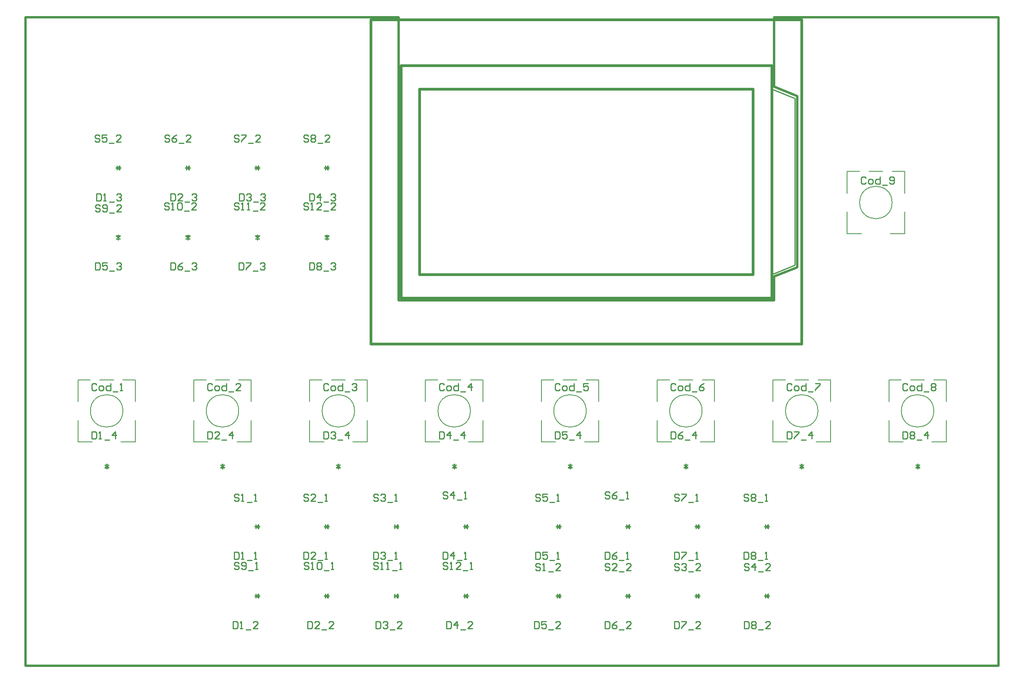
<source format=gto>
%FSLAX25Y25*%
%MOIN*%
G70*
G01*
G75*
%ADD10C,0.01181*%
%ADD11C,0.00787*%
%ADD12C,0.01575*%
%ADD13C,0.01000*%
%ADD14C,0.01969*%
%ADD15C,0.03543*%
%ADD16C,0.01575*%
%ADD17C,0.11811*%
%ADD18C,0.15748*%
%ADD19C,0.06299*%
%ADD20C,0.04724*%
%ADD21R,0.09449X0.12598*%
%ADD22C,0.05906*%
%ADD23R,0.05906X0.05906*%
%ADD24C,0.07874*%
%ADD25C,0.02362*%
%ADD26C,0.03150*%
%ADD27C,0.05000*%
%ADD28R,0.06890X0.13386*%
%ADD29R,0.06693X0.04921*%
%ADD30R,0.04921X0.06693*%
%ADD31R,0.04803X0.03583*%
%ADD32R,0.03583X0.04803*%
%ADD33R,0.07874X0.02362*%
%ADD34O,0.07874X0.02362*%
%ADD35R,0.07874X0.21654*%
%ADD36R,0.02756X0.09843*%
%ADD37R,0.02559X0.13780*%
%ADD38R,0.04331X0.14921*%
%ADD39R,0.10630X0.11811*%
%ADD40R,0.03937X0.01181*%
%ADD41O,0.03937X0.01181*%
%ADD42R,0.06299X0.06299*%
%ADD43R,0.04331X0.06299*%
%ADD44O,0.02362X0.07874*%
%ADD45R,0.02362X0.07874*%
%ADD46R,0.13386X0.06890*%
%ADD47R,0.06575X0.06496*%
%ADD48R,0.06496X0.06575*%
%ADD49R,0.06299X0.12598*%
%ADD50R,0.33465X0.41732*%
%ADD51R,0.13386X0.03937*%
%ADD52C,0.02362*%
D11*
X82677Y216536D02*
G03*
X82677Y216536I-13780J0D01*
G01*
X181102D02*
G03*
X181102Y216536I-13780J0D01*
G01*
X279528D02*
G03*
X279528Y216536I-13780J0D01*
G01*
X377953D02*
G03*
X377953Y216536I-13780J0D01*
G01*
X476378D02*
G03*
X476378Y216536I-13780J0D01*
G01*
X574803D02*
G03*
X574803Y216536I-13780J0D01*
G01*
X673228D02*
G03*
X673228Y216536I-13780J0D01*
G01*
X771654D02*
G03*
X771654Y216536I-13780J0D01*
G01*
X736221Y393701D02*
G03*
X736221Y393701I-13780J0D01*
G01*
X44488Y190158D02*
Y208662D01*
Y190158D02*
X56693D01*
X44488Y224410D02*
Y242914D01*
X55118D01*
X82677D02*
X93307D01*
Y224410D02*
Y242914D01*
X81103Y190158D02*
X93307D01*
Y208662D01*
X62992Y242914D02*
X74803D01*
X142913Y190158D02*
Y208662D01*
Y190158D02*
X155118D01*
X142913Y224410D02*
Y242914D01*
X153543D01*
X181103D02*
X191732D01*
Y224410D02*
Y242914D01*
X179528Y190158D02*
X191732D01*
Y208662D01*
X161417Y242914D02*
X173229D01*
X241339Y190158D02*
Y208662D01*
Y190158D02*
X253543D01*
X241339Y224410D02*
Y242914D01*
X251969D01*
X279528D02*
X290158D01*
Y224410D02*
Y242914D01*
X277953Y190158D02*
X290158D01*
Y208662D01*
X259842Y242914D02*
X271654D01*
X339764Y190158D02*
Y208662D01*
Y190158D02*
X351969D01*
X339764Y224410D02*
Y242914D01*
X350394D01*
X377953D02*
X388583D01*
Y224410D02*
Y242914D01*
X376378Y190158D02*
X388583D01*
Y208662D01*
X358268Y242914D02*
X370079D01*
X438189Y190158D02*
Y208662D01*
Y190158D02*
X450394D01*
X438189Y224410D02*
Y242914D01*
X448819D01*
X476378D02*
X487008D01*
Y224410D02*
Y242914D01*
X474803Y190158D02*
X487008D01*
Y208662D01*
X456693Y242914D02*
X468504D01*
X536614Y190158D02*
Y208662D01*
Y190158D02*
X548819D01*
X536614Y224410D02*
Y242914D01*
X547244D01*
X574803D02*
X585433D01*
Y224410D02*
Y242914D01*
X573228Y190158D02*
X585433D01*
Y208662D01*
X555118Y242914D02*
X566929D01*
X635040Y190158D02*
Y208662D01*
Y190158D02*
X647244D01*
X635040Y224410D02*
Y242914D01*
X645669D01*
X673229D02*
X683858D01*
Y224410D02*
Y242914D01*
X671654Y190158D02*
X683858D01*
Y208662D01*
X653543Y242914D02*
X665354D01*
X733465Y190158D02*
Y208662D01*
Y190158D02*
X745669D01*
X733465Y224410D02*
Y242914D01*
X744095D01*
X771654D02*
X782283D01*
Y224410D02*
Y242914D01*
X770079Y190158D02*
X782283D01*
Y208662D01*
X751968Y242914D02*
X763779D01*
X698032Y367323D02*
Y385827D01*
Y367323D02*
X710236D01*
X698032Y401575D02*
Y420079D01*
X708662D01*
X736221D02*
X746850D01*
Y401575D02*
Y420079D01*
X734646Y367323D02*
X746850D01*
Y385827D01*
X716536Y420079D02*
X728346D01*
D13*
X756201Y168110D02*
X757874Y169784D01*
X756201Y168110D02*
X759547D01*
X757874Y169784D02*
X759547Y168110D01*
X757874Y167126D02*
Y171457D01*
X756201Y170473D02*
X759547D01*
X255906Y363681D02*
X257579Y365354D01*
X254232D02*
X257579D01*
X254232D02*
X255906Y363681D01*
Y362008D02*
Y366339D01*
X254232Y362992D02*
X257579D01*
X629429Y59055D02*
X631102Y57382D01*
Y60729D01*
X629429Y59055D02*
X631102Y60729D01*
X627756Y59055D02*
X632087D01*
X628740Y57382D02*
Y60729D01*
X629429Y118110D02*
X631102Y116437D01*
Y119784D01*
X629429Y118110D02*
X631102Y119784D01*
X627756Y118110D02*
X632087D01*
X628740Y116437D02*
Y119784D01*
X657776Y168110D02*
X659449Y169784D01*
X657776Y168110D02*
X661122D01*
X659449Y169784D02*
X661122Y168110D01*
X659449Y167126D02*
Y171457D01*
X657776Y170473D02*
X661122D01*
X196851Y363681D02*
X198524Y365354D01*
X195177D02*
X198524D01*
X195177D02*
X196851Y363681D01*
Y362008D02*
Y366339D01*
X195177Y362992D02*
X198524D01*
X570374Y59055D02*
X572047Y57382D01*
Y60729D01*
X570374Y59055D02*
X572047Y60729D01*
X568701Y59055D02*
X573032D01*
X569685Y57382D02*
Y60729D01*
X570374Y118110D02*
X572047Y116437D01*
Y119784D01*
X570374Y118110D02*
X572047Y119784D01*
X568701Y118110D02*
X573032D01*
X569685Y116437D02*
Y119784D01*
X559350Y168110D02*
X561024Y169784D01*
X559350Y168110D02*
X562697D01*
X561024Y169784D02*
X562697Y168110D01*
X561024Y167126D02*
Y171457D01*
X559350Y170473D02*
X562697D01*
X137795Y363681D02*
X139469Y365354D01*
X136122D02*
X139469D01*
X136122D02*
X137795Y363681D01*
Y362008D02*
Y366339D01*
X136122Y362992D02*
X139469D01*
X511319Y59055D02*
X512992Y57382D01*
Y60729D01*
X511319Y59055D02*
X512992Y60729D01*
X509646Y59055D02*
X513976D01*
X510630Y57382D02*
Y60729D01*
X511319Y118110D02*
X512992Y116437D01*
Y119784D01*
X511319Y118110D02*
X512992Y119784D01*
X509646Y118110D02*
X513976D01*
X510630Y116437D02*
Y119784D01*
X460925Y168110D02*
X462599Y169784D01*
X460925Y168110D02*
X464272D01*
X462599Y169784D02*
X464272Y168110D01*
X462599Y167126D02*
Y171457D01*
X460925Y170473D02*
X464272D01*
X78740Y363681D02*
X80414Y365354D01*
X77067D02*
X80414D01*
X77067D02*
X78740Y363681D01*
Y362008D02*
Y366339D01*
X77067Y362992D02*
X80414D01*
X452264Y59055D02*
X453937Y57382D01*
Y60729D01*
X452264Y59055D02*
X453937Y60729D01*
X450591Y59055D02*
X454921D01*
X451575Y57382D02*
Y60729D01*
X452264Y118110D02*
X453937Y116437D01*
Y119784D01*
X452264Y118110D02*
X453937Y119784D01*
X450591Y118110D02*
X454921D01*
X451575Y116437D02*
Y119784D01*
X362500Y168110D02*
X364173Y169784D01*
X362500Y168110D02*
X365846D01*
X364173Y169784D02*
X365846Y168110D01*
X364173Y167126D02*
Y171457D01*
X362500Y170473D02*
X365846D01*
X255414Y423229D02*
X257087Y421555D01*
Y424902D01*
X255414Y423229D02*
X257087Y424902D01*
X253740Y423229D02*
X258071D01*
X254725Y421555D02*
Y424902D01*
X373524Y59055D02*
X375197Y57382D01*
Y60729D01*
X373524Y59055D02*
X375197Y60729D01*
X371850Y59055D02*
X376181D01*
X372835Y57382D02*
Y60729D01*
X373524Y118110D02*
X375197Y116437D01*
Y119784D01*
X373524Y118110D02*
X375197Y119784D01*
X371850Y118110D02*
X376181D01*
X372835Y116437D02*
Y119784D01*
X264075Y168110D02*
X265748Y169784D01*
X264075Y168110D02*
X267421D01*
X265748Y169784D02*
X267421Y168110D01*
X265748Y167126D02*
Y171457D01*
X264075Y170473D02*
X267421D01*
X196358Y423229D02*
X198032Y421555D01*
Y424902D01*
X196358Y423229D02*
X198032Y424902D01*
X194685Y423229D02*
X199016D01*
X195669Y421555D02*
Y424902D01*
X314469Y59055D02*
X316142Y57382D01*
Y60729D01*
X314469Y59055D02*
X316142Y60729D01*
X312795Y59055D02*
X317126D01*
X313780Y57382D02*
Y60729D01*
X314469Y118110D02*
X316142Y116437D01*
Y119784D01*
X314469Y118110D02*
X316142Y119784D01*
X312795Y118110D02*
X317126D01*
X313780Y116437D02*
Y119784D01*
X165650Y168110D02*
X167323Y169784D01*
X165650Y168110D02*
X168996D01*
X167323Y169784D02*
X168996Y168110D01*
X167323Y167126D02*
Y171457D01*
X165650Y170473D02*
X168996D01*
X137303Y423229D02*
X138976Y421555D01*
Y424902D01*
X137303Y423229D02*
X138976Y424902D01*
X135630Y423229D02*
X139961D01*
X136614Y421555D02*
Y424902D01*
X255414Y59055D02*
X257087Y57382D01*
Y60729D01*
X255414Y59055D02*
X257087Y60729D01*
X253740Y59055D02*
X258071D01*
X254725Y57382D02*
Y60729D01*
X255414Y118110D02*
X257087Y116437D01*
Y119784D01*
X255414Y118110D02*
X257087Y119784D01*
X253740Y118110D02*
X258071D01*
X254725Y116437D02*
Y119784D01*
X67225Y168110D02*
X68898Y169784D01*
X67225Y168110D02*
X70571D01*
X68898Y169784D02*
X70571Y168110D01*
X68898Y167126D02*
Y171457D01*
X67225Y170473D02*
X70571D01*
X78248Y423229D02*
X79921Y421555D01*
Y424902D01*
X78248Y423229D02*
X79921Y424902D01*
X76575Y423229D02*
X80906D01*
X77559Y421555D02*
Y424902D01*
X196358Y59055D02*
X198032Y57382D01*
Y60729D01*
X196358Y59055D02*
X198032Y60729D01*
X194685Y59055D02*
X199016D01*
X195669Y57382D02*
Y60729D01*
X196358Y118110D02*
X198032Y116437D01*
Y119784D01*
X196358Y118110D02*
X198032Y119784D01*
X194685Y118110D02*
X199016D01*
X195669Y116437D02*
Y119784D01*
X633858Y490158D02*
X653543Y482283D01*
X633858Y332677D02*
X653543Y340551D01*
Y482283D01*
X633858Y487106D02*
Y488976D01*
X358559Y86888D02*
X357559Y87888D01*
X355560D01*
X354560Y86888D01*
Y85888D01*
X355560Y84889D01*
X357559D01*
X358559Y83889D01*
Y82889D01*
X357559Y81890D01*
X355560D01*
X354560Y82889D01*
X360558Y81890D02*
X362557D01*
X361558D01*
Y87888D01*
X360558Y86888D01*
X369555Y81890D02*
X365556D01*
X369555Y85888D01*
Y86888D01*
X368555Y87888D01*
X366556D01*
X365556Y86888D01*
X371554Y80890D02*
X375553D01*
X377553Y81890D02*
X379552D01*
X378552D01*
Y87888D01*
X377553Y86888D01*
X299527D02*
X298527Y87888D01*
X296528D01*
X295528Y86888D01*
Y85888D01*
X296528Y84889D01*
X298527D01*
X299527Y83889D01*
Y82889D01*
X298527Y81890D01*
X296528D01*
X295528Y82889D01*
X301526Y81890D02*
X303526D01*
X302526D01*
Y87888D01*
X301526Y86888D01*
X306525Y81890D02*
X308524D01*
X307524D01*
Y87888D01*
X306525Y86888D01*
X311523Y80890D02*
X315522D01*
X317521Y81890D02*
X319521D01*
X318521D01*
Y87888D01*
X317521Y86888D01*
X240496D02*
X239497Y87888D01*
X237497D01*
X236498Y86888D01*
Y85888D01*
X237497Y84889D01*
X239497D01*
X240496Y83889D01*
Y82889D01*
X239497Y81890D01*
X237497D01*
X236498Y82889D01*
X242496Y81890D02*
X244495D01*
X243495D01*
Y87888D01*
X242496Y86888D01*
X247494D02*
X248494Y87888D01*
X250493D01*
X251493Y86888D01*
Y82889D01*
X250493Y81890D01*
X248494D01*
X247494Y82889D01*
Y86888D01*
X253492Y80890D02*
X257491D01*
X259490Y81890D02*
X261490D01*
X260490D01*
Y87888D01*
X259490Y86888D01*
X181426D02*
X180427Y87888D01*
X178427D01*
X177428Y86888D01*
Y85888D01*
X178427Y84889D01*
X180427D01*
X181426Y83889D01*
Y82889D01*
X180427Y81890D01*
X178427D01*
X177428Y82889D01*
X183426D02*
X184425Y81890D01*
X186425D01*
X187424Y82889D01*
Y86888D01*
X186425Y87888D01*
X184425D01*
X183426Y86888D01*
Y85888D01*
X184425Y84889D01*
X187424D01*
X189424Y80890D02*
X193422D01*
X195422Y81890D02*
X197421D01*
X196422D01*
Y87888D01*
X195422Y86888D01*
X614512Y85707D02*
X613513Y86707D01*
X611513D01*
X610513Y85707D01*
Y84707D01*
X611513Y83708D01*
X613513D01*
X614512Y82708D01*
Y81708D01*
X613513Y80709D01*
X611513D01*
X610513Y81708D01*
X619511Y80709D02*
Y86707D01*
X616511Y83708D01*
X620510D01*
X622510Y79709D02*
X626508D01*
X632506Y80709D02*
X628508D01*
X632506Y84707D01*
Y85707D01*
X631507Y86707D01*
X629507D01*
X628508Y85707D01*
X555402D02*
X554402Y86707D01*
X552403D01*
X551403Y85707D01*
Y84707D01*
X552403Y83708D01*
X554402D01*
X555402Y82708D01*
Y81708D01*
X554402Y80709D01*
X552403D01*
X551403Y81708D01*
X557401Y85707D02*
X558401Y86707D01*
X560400D01*
X561400Y85707D01*
Y84707D01*
X560400Y83708D01*
X559401D01*
X560400D01*
X561400Y82708D01*
Y81708D01*
X560400Y80709D01*
X558401D01*
X557401Y81708D01*
X563399Y79709D02*
X567398D01*
X573396Y80709D02*
X569397D01*
X573396Y84707D01*
Y85707D01*
X572396Y86707D01*
X570397D01*
X569397Y85707D01*
X496369D02*
X495369Y86707D01*
X493370D01*
X492370Y85707D01*
Y84707D01*
X493370Y83708D01*
X495369D01*
X496369Y82708D01*
Y81708D01*
X495369Y80709D01*
X493370D01*
X492370Y81708D01*
X502367Y80709D02*
X498368D01*
X502367Y84707D01*
Y85707D01*
X501367Y86707D01*
X499368D01*
X498368Y85707D01*
X504366Y79709D02*
X508365D01*
X514363Y80709D02*
X510364D01*
X514363Y84707D01*
Y85707D01*
X513363Y86707D01*
X511364D01*
X510364Y85707D01*
X437352D02*
X436353Y86707D01*
X434353D01*
X433354Y85707D01*
Y84707D01*
X434353Y83708D01*
X436353D01*
X437352Y82708D01*
Y81708D01*
X436353Y80709D01*
X434353D01*
X433354Y81708D01*
X439352Y80709D02*
X441351D01*
X440351D01*
Y86707D01*
X439352Y85707D01*
X444350Y79709D02*
X448349D01*
X454347Y80709D02*
X450348D01*
X454347Y84707D01*
Y85707D01*
X453347Y86707D01*
X451348D01*
X450348Y85707D01*
X614433Y144762D02*
X613434Y145762D01*
X611434D01*
X610435Y144762D01*
Y143763D01*
X611434Y142763D01*
X613434D01*
X614433Y141763D01*
Y140763D01*
X613434Y139764D01*
X611434D01*
X610435Y140763D01*
X616433Y144762D02*
X617432Y145762D01*
X619432D01*
X620432Y144762D01*
Y143763D01*
X619432Y142763D01*
X620432Y141763D01*
Y140763D01*
X619432Y139764D01*
X617432D01*
X616433Y140763D01*
Y141763D01*
X617432Y142763D01*
X616433Y143763D01*
Y144762D01*
X617432Y142763D02*
X619432D01*
X622431Y138764D02*
X626430D01*
X628429Y139764D02*
X630428D01*
X629429D01*
Y145762D01*
X628429Y144762D01*
X555414D02*
X554415Y145762D01*
X552416D01*
X551416Y144762D01*
Y143763D01*
X552416Y142763D01*
X554415D01*
X555414Y141763D01*
Y140763D01*
X554415Y139764D01*
X552416D01*
X551416Y140763D01*
X557414Y145762D02*
X561413D01*
Y144762D01*
X557414Y140763D01*
Y139764D01*
X563412Y138764D02*
X567411D01*
X569410Y139764D02*
X571409D01*
X570410D01*
Y145762D01*
X569410Y144762D01*
X496333Y146731D02*
X495334Y147730D01*
X493334D01*
X492335Y146731D01*
Y145731D01*
X493334Y144731D01*
X495334D01*
X496333Y143732D01*
Y142732D01*
X495334Y141732D01*
X493334D01*
X492335Y142732D01*
X502331Y147730D02*
X500332Y146731D01*
X498333Y144731D01*
Y142732D01*
X499333Y141732D01*
X501332D01*
X502331Y142732D01*
Y143732D01*
X501332Y144731D01*
X498333D01*
X504331Y140733D02*
X508330D01*
X510329Y141732D02*
X512328D01*
X511329D01*
Y147730D01*
X510329Y146731D01*
X437283Y144762D02*
X436283Y145762D01*
X434284D01*
X433284Y144762D01*
Y143763D01*
X434284Y142763D01*
X436283D01*
X437283Y141763D01*
Y140763D01*
X436283Y139764D01*
X434284D01*
X433284Y140763D01*
X443281Y145762D02*
X439282D01*
Y142763D01*
X441282Y143763D01*
X442281D01*
X443281Y142763D01*
Y140763D01*
X442281Y139764D01*
X440282D01*
X439282Y140763D01*
X445281Y138764D02*
X449279D01*
X451278Y139764D02*
X453278D01*
X452278D01*
Y145762D01*
X451278Y144762D01*
X358584Y146731D02*
X357584Y147730D01*
X355585D01*
X354585Y146731D01*
Y145731D01*
X355585Y144731D01*
X357584D01*
X358584Y143732D01*
Y142732D01*
X357584Y141732D01*
X355585D01*
X354585Y142732D01*
X363582Y141732D02*
Y147730D01*
X360583Y144731D01*
X364582D01*
X366581Y140733D02*
X370580D01*
X372579Y141732D02*
X374579D01*
X373579D01*
Y147730D01*
X372579Y146731D01*
X299482Y144762D02*
X298483Y145762D01*
X296483D01*
X295483Y144762D01*
Y143763D01*
X296483Y142763D01*
X298483D01*
X299482Y141763D01*
Y140763D01*
X298483Y139764D01*
X296483D01*
X295483Y140763D01*
X301482Y144762D02*
X302481Y145762D01*
X304481D01*
X305480Y144762D01*
Y143763D01*
X304481Y142763D01*
X303481D01*
X304481D01*
X305480Y141763D01*
Y140763D01*
X304481Y139764D01*
X302481D01*
X301482Y140763D01*
X307480Y138764D02*
X311478D01*
X313478Y139764D02*
X315477D01*
X314477D01*
Y145762D01*
X313478Y144762D01*
X240426D02*
X239427Y145762D01*
X237427D01*
X236428Y144762D01*
Y143763D01*
X237427Y142763D01*
X239427D01*
X240426Y141763D01*
Y140763D01*
X239427Y139764D01*
X237427D01*
X236428Y140763D01*
X246424Y139764D02*
X242426D01*
X246424Y143763D01*
Y144762D01*
X245425Y145762D01*
X243425D01*
X242426Y144762D01*
X248424Y138764D02*
X252422D01*
X254422Y139764D02*
X256421D01*
X255421D01*
Y145762D01*
X254422Y144762D01*
X181351D02*
X180352Y145762D01*
X178352D01*
X177353Y144762D01*
Y143763D01*
X178352Y142763D01*
X180352D01*
X181351Y141763D01*
Y140763D01*
X180352Y139764D01*
X178352D01*
X177353Y140763D01*
X183351Y139764D02*
X185350D01*
X184351D01*
Y145762D01*
X183351Y144762D01*
X188349Y138764D02*
X192348D01*
X194347Y139764D02*
X196347D01*
X195347D01*
Y145762D01*
X194347Y144762D01*
X240433Y392400D02*
X239434Y393400D01*
X237434D01*
X236435Y392400D01*
Y391400D01*
X237434Y390401D01*
X239434D01*
X240433Y389401D01*
Y388401D01*
X239434Y387402D01*
X237434D01*
X236435Y388401D01*
X242433Y387402D02*
X244432D01*
X243432D01*
Y393400D01*
X242433Y392400D01*
X251430Y387402D02*
X247431D01*
X251430Y391400D01*
Y392400D01*
X250430Y393400D01*
X248431D01*
X247431Y392400D01*
X253429Y386402D02*
X257428D01*
X263426Y387402D02*
X259427D01*
X263426Y391400D01*
Y392400D01*
X262426Y393400D01*
X260427D01*
X259427Y392400D01*
X181433D02*
X180434Y393400D01*
X178434D01*
X177435Y392400D01*
Y391400D01*
X178434Y390401D01*
X180434D01*
X181433Y389401D01*
Y388401D01*
X180434Y387402D01*
X178434D01*
X177435Y388401D01*
X183433Y387402D02*
X185432D01*
X184432D01*
Y393400D01*
X183433Y392400D01*
X188431Y387402D02*
X190430D01*
X189431D01*
Y393400D01*
X188431Y392400D01*
X193430Y386402D02*
X197428D01*
X203426Y387402D02*
X199428D01*
X203426Y391400D01*
Y392400D01*
X202427Y393400D01*
X200427D01*
X199428Y392400D01*
X122109D02*
X121109Y393400D01*
X119110D01*
X118110Y392400D01*
Y391400D01*
X119110Y390401D01*
X121109D01*
X122109Y389401D01*
Y388401D01*
X121109Y387402D01*
X119110D01*
X118110Y388401D01*
X124108Y387402D02*
X126108D01*
X125108D01*
Y393400D01*
X124108Y392400D01*
X129107D02*
X130106Y393400D01*
X132106D01*
X133105Y392400D01*
Y388401D01*
X132106Y387402D01*
X130106D01*
X129107Y388401D01*
Y392400D01*
X135105Y386402D02*
X139103D01*
X145101Y387402D02*
X141103D01*
X145101Y391400D01*
Y392400D01*
X144102Y393400D01*
X142103D01*
X141103Y392400D01*
X63321Y390825D02*
X62321Y391825D01*
X60322D01*
X59322Y390825D01*
Y389826D01*
X60322Y388826D01*
X62321D01*
X63321Y387826D01*
Y386826D01*
X62321Y385827D01*
X60322D01*
X59322Y386826D01*
X65320D02*
X66320Y385827D01*
X68319D01*
X69319Y386826D01*
Y390825D01*
X68319Y391825D01*
X66320D01*
X65320Y390825D01*
Y389826D01*
X66320Y388826D01*
X69319D01*
X71318Y384827D02*
X75317D01*
X81315Y385827D02*
X77316D01*
X81315Y389826D01*
Y390825D01*
X80315Y391825D01*
X78316D01*
X77316Y390825D01*
X240415Y450274D02*
X239415Y451274D01*
X237416D01*
X236416Y450274D01*
Y449274D01*
X237416Y448275D01*
X239415D01*
X240415Y447275D01*
Y446275D01*
X239415Y445276D01*
X237416D01*
X236416Y446275D01*
X242414Y450274D02*
X243414Y451274D01*
X245413D01*
X246413Y450274D01*
Y449274D01*
X245413Y448275D01*
X246413Y447275D01*
Y446275D01*
X245413Y445276D01*
X243414D01*
X242414Y446275D01*
Y447275D01*
X243414Y448275D01*
X242414Y449274D01*
Y450274D01*
X243414Y448275D02*
X245413D01*
X248412Y444276D02*
X252411D01*
X258409Y445276D02*
X254410D01*
X258409Y449274D01*
Y450274D01*
X257409Y451274D01*
X255410D01*
X254410Y450274D01*
X181371D02*
X180371Y451274D01*
X178372D01*
X177373Y450274D01*
Y449274D01*
X178372Y448275D01*
X180371D01*
X181371Y447275D01*
Y446275D01*
X180371Y445276D01*
X178372D01*
X177373Y446275D01*
X183371Y451274D02*
X187369D01*
Y450274D01*
X183371Y446275D01*
Y445276D01*
X189369Y444276D02*
X193367D01*
X199365Y445276D02*
X195367D01*
X199365Y449274D01*
Y450274D01*
X198366Y451274D01*
X196366D01*
X195367Y450274D01*
X122345D02*
X121345Y451274D01*
X119345D01*
X118346Y450274D01*
Y449274D01*
X119345Y448275D01*
X121345D01*
X122345Y447275D01*
Y446275D01*
X121345Y445276D01*
X119345D01*
X118346Y446275D01*
X128342Y451274D02*
X126343Y450274D01*
X124344Y448275D01*
Y446275D01*
X125344Y445276D01*
X127343D01*
X128342Y446275D01*
Y447275D01*
X127343Y448275D01*
X124344D01*
X130342Y444276D02*
X134341D01*
X140339Y445276D02*
X136340D01*
X140339Y449274D01*
Y450274D01*
X139339Y451274D01*
X137340D01*
X136340Y450274D01*
X63054D02*
X62054Y451274D01*
X60055D01*
X59055Y450274D01*
Y449274D01*
X60055Y448275D01*
X62054D01*
X63054Y447275D01*
Y446275D01*
X62054Y445276D01*
X60055D01*
X59055Y446275D01*
X69052Y451274D02*
X65053D01*
Y448275D01*
X67053Y449274D01*
X68052D01*
X69052Y448275D01*
Y446275D01*
X68052Y445276D01*
X66053D01*
X65053Y446275D01*
X71051Y444276D02*
X75050D01*
X81048Y445276D02*
X77049D01*
X81048Y449274D01*
Y450274D01*
X80048Y451274D01*
X78049D01*
X77049Y450274D01*
X60322Y401274D02*
Y395276D01*
X63321D01*
X64320Y396275D01*
Y400274D01*
X63321Y401274D01*
X60322D01*
X66320Y395276D02*
X68319D01*
X67320D01*
Y401274D01*
X66320Y400274D01*
X71318Y394276D02*
X75317D01*
X77316Y400274D02*
X78316Y401274D01*
X80315D01*
X81315Y400274D01*
Y399274D01*
X80315Y398275D01*
X79316D01*
X80315D01*
X81315Y397275D01*
Y396275D01*
X80315Y395276D01*
X78316D01*
X77316Y396275D01*
X60298Y238857D02*
X59298Y239856D01*
X57299D01*
X56299Y238857D01*
Y234858D01*
X57299Y233858D01*
X59298D01*
X60298Y234858D01*
X63297Y233858D02*
X65296D01*
X66296Y234858D01*
Y236857D01*
X65296Y237857D01*
X63297D01*
X62297Y236857D01*
Y234858D01*
X63297Y233858D01*
X72294Y239856D02*
Y233858D01*
X69295D01*
X68295Y234858D01*
Y236857D01*
X69295Y237857D01*
X72294D01*
X74294Y232859D02*
X78292D01*
X80291Y233858D02*
X82291D01*
X81291D01*
Y239856D01*
X80291Y238857D01*
X158723D02*
X157723Y239856D01*
X155724D01*
X154725Y238857D01*
Y234858D01*
X155724Y233858D01*
X157723D01*
X158723Y234858D01*
X161722Y233858D02*
X163722D01*
X164721Y234858D01*
Y236857D01*
X163722Y237857D01*
X161722D01*
X160722Y236857D01*
Y234858D01*
X161722Y233858D01*
X170719Y239856D02*
Y233858D01*
X167720D01*
X166721Y234858D01*
Y236857D01*
X167720Y237857D01*
X170719D01*
X172719Y232859D02*
X176717D01*
X182715Y233858D02*
X178717D01*
X182715Y237857D01*
Y238857D01*
X181716Y239856D01*
X179716D01*
X178717Y238857D01*
X257148D02*
X256149Y239856D01*
X254149D01*
X253150Y238857D01*
Y234858D01*
X254149Y233858D01*
X256149D01*
X257148Y234858D01*
X260147Y233858D02*
X262147D01*
X263146Y234858D01*
Y236857D01*
X262147Y237857D01*
X260147D01*
X259148Y236857D01*
Y234858D01*
X260147Y233858D01*
X269145Y239856D02*
Y233858D01*
X266145D01*
X265146Y234858D01*
Y236857D01*
X266145Y237857D01*
X269145D01*
X271144Y232859D02*
X275143D01*
X277142Y238857D02*
X278142Y239856D01*
X280141D01*
X281141Y238857D01*
Y237857D01*
X280141Y236857D01*
X279141D01*
X280141D01*
X281141Y235858D01*
Y234858D01*
X280141Y233858D01*
X278142D01*
X277142Y234858D01*
X355574Y238857D02*
X354574Y239856D01*
X352574D01*
X351575Y238857D01*
Y234858D01*
X352574Y233858D01*
X354574D01*
X355574Y234858D01*
X358573Y233858D02*
X360572D01*
X361572Y234858D01*
Y236857D01*
X360572Y237857D01*
X358573D01*
X357573Y236857D01*
Y234858D01*
X358573Y233858D01*
X367570Y239856D02*
Y233858D01*
X364571D01*
X363571Y234858D01*
Y236857D01*
X364571Y237857D01*
X367570D01*
X369569Y232859D02*
X373568D01*
X378566Y233858D02*
Y239856D01*
X375567Y236857D01*
X379566D01*
X453999Y238857D02*
X452999Y239856D01*
X451000D01*
X450000Y238857D01*
Y234858D01*
X451000Y233858D01*
X452999D01*
X453999Y234858D01*
X456998Y233858D02*
X458997D01*
X459997Y234858D01*
Y236857D01*
X458997Y237857D01*
X456998D01*
X455998Y236857D01*
Y234858D01*
X456998Y233858D01*
X465995Y239856D02*
Y233858D01*
X462996D01*
X461996Y234858D01*
Y236857D01*
X462996Y237857D01*
X465995D01*
X467994Y232859D02*
X471993D01*
X477991Y239856D02*
X473992D01*
Y236857D01*
X475992Y237857D01*
X476991D01*
X477991Y236857D01*
Y234858D01*
X476991Y233858D01*
X474992D01*
X473992Y234858D01*
X552424Y238857D02*
X551424Y239856D01*
X549425D01*
X548425Y238857D01*
Y234858D01*
X549425Y233858D01*
X551424D01*
X552424Y234858D01*
X555423Y233858D02*
X557422D01*
X558422Y234858D01*
Y236857D01*
X557422Y237857D01*
X555423D01*
X554423Y236857D01*
Y234858D01*
X555423Y233858D01*
X564420Y239856D02*
Y233858D01*
X561421D01*
X560421Y234858D01*
Y236857D01*
X561421Y237857D01*
X564420D01*
X566419Y232859D02*
X570418D01*
X576416Y239856D02*
X574417Y238857D01*
X572417Y236857D01*
Y234858D01*
X573417Y233858D01*
X575417D01*
X576416Y234858D01*
Y235858D01*
X575417Y236857D01*
X572417D01*
X650849Y238857D02*
X649850Y239856D01*
X647850D01*
X646850Y238857D01*
Y234858D01*
X647850Y233858D01*
X649850D01*
X650849Y234858D01*
X653848Y233858D02*
X655848D01*
X656847Y234858D01*
Y236857D01*
X655848Y237857D01*
X653848D01*
X652848Y236857D01*
Y234858D01*
X653848Y233858D01*
X662845Y239856D02*
Y233858D01*
X659846D01*
X658847Y234858D01*
Y236857D01*
X659846Y237857D01*
X662845D01*
X664845Y232859D02*
X668843D01*
X670843Y239856D02*
X674841D01*
Y238857D01*
X670843Y234858D01*
Y233858D01*
X749274Y238857D02*
X748275Y239856D01*
X746275D01*
X745276Y238857D01*
Y234858D01*
X746275Y233858D01*
X748275D01*
X749274Y234858D01*
X752273Y233858D02*
X754273D01*
X755272Y234858D01*
Y236857D01*
X754273Y237857D01*
X752273D01*
X751274Y236857D01*
Y234858D01*
X752273Y233858D01*
X761271Y239856D02*
Y233858D01*
X758272D01*
X757272Y234858D01*
Y236857D01*
X758272Y237857D01*
X761271D01*
X763270Y232859D02*
X767269D01*
X769268Y238857D02*
X770268Y239856D01*
X772267D01*
X773267Y238857D01*
Y237857D01*
X772267Y236857D01*
X773267Y235858D01*
Y234858D01*
X772267Y233858D01*
X770268D01*
X769268Y234858D01*
Y235858D01*
X770268Y236857D01*
X769268Y237857D01*
Y238857D01*
X770268Y236857D02*
X772267D01*
X713841Y414447D02*
X712842Y415447D01*
X710842D01*
X709843Y414447D01*
Y410449D01*
X710842Y409449D01*
X712842D01*
X713841Y410449D01*
X716840Y409449D02*
X718840D01*
X719839Y410449D01*
Y412448D01*
X718840Y413448D01*
X716840D01*
X715841Y412448D01*
Y410449D01*
X716840Y409449D01*
X725837Y415447D02*
Y409449D01*
X722838D01*
X721839Y410449D01*
Y412448D01*
X722838Y413448D01*
X725837D01*
X727837Y408449D02*
X731836D01*
X733835Y410449D02*
X734834Y409449D01*
X736834D01*
X737833Y410449D01*
Y414447D01*
X736834Y415447D01*
X734834D01*
X733835Y414447D01*
Y413448D01*
X734834Y412448D01*
X737833D01*
X177353Y96549D02*
Y90551D01*
X180352D01*
X181351Y91551D01*
Y95550D01*
X180352Y96549D01*
X177353D01*
X183351Y90551D02*
X185350D01*
X184351D01*
Y96549D01*
X183351Y95550D01*
X188349Y89552D02*
X192348D01*
X194347Y90551D02*
X196347D01*
X195347D01*
Y96549D01*
X194347Y95550D01*
X176428Y37494D02*
Y31496D01*
X179427D01*
X180427Y32496D01*
Y36494D01*
X179427Y37494D01*
X176428D01*
X182426Y31496D02*
X184425D01*
X183426D01*
Y37494D01*
X182426Y36494D01*
X187424Y30496D02*
X191423D01*
X197421Y31496D02*
X193422D01*
X197421Y35495D01*
Y36494D01*
X196422Y37494D01*
X194422D01*
X193422Y36494D01*
X56299Y198911D02*
Y192913D01*
X59298D01*
X60298Y193913D01*
Y197912D01*
X59298Y198911D01*
X56299D01*
X62297Y192913D02*
X64297D01*
X63297D01*
Y198911D01*
X62297Y197912D01*
X67296Y191914D02*
X71294D01*
X76293Y192913D02*
Y198911D01*
X73294Y195912D01*
X77293D01*
X236428Y96549D02*
Y90551D01*
X239427D01*
X240426Y91551D01*
Y95550D01*
X239427Y96549D01*
X236428D01*
X246424Y90551D02*
X242426D01*
X246424Y94550D01*
Y95550D01*
X245425Y96549D01*
X243425D01*
X242426Y95550D01*
X248424Y89552D02*
X252422D01*
X254422Y90551D02*
X256421D01*
X255421D01*
Y96549D01*
X254422Y95550D01*
X239497Y37494D02*
Y31496D01*
X242496D01*
X243495Y32496D01*
Y36494D01*
X242496Y37494D01*
X239497D01*
X249494Y31496D02*
X245495D01*
X249494Y35495D01*
Y36494D01*
X248494Y37494D01*
X246495D01*
X245495Y36494D01*
X251493Y30496D02*
X255492D01*
X261490Y31496D02*
X257491D01*
X261490Y35495D01*
Y36494D01*
X260490Y37494D01*
X258491D01*
X257491Y36494D01*
X123228Y401274D02*
Y395276D01*
X126227D01*
X127227Y396275D01*
Y400274D01*
X126227Y401274D01*
X123228D01*
X133225Y395276D02*
X129226D01*
X133225Y399274D01*
Y400274D01*
X132225Y401274D01*
X130226D01*
X129226Y400274D01*
X135224Y394276D02*
X139223D01*
X141223Y400274D02*
X142222Y401274D01*
X144222D01*
X145221Y400274D01*
Y399274D01*
X144222Y398275D01*
X143222D01*
X144222D01*
X145221Y397275D01*
Y396275D01*
X144222Y395276D01*
X142222D01*
X141223Y396275D01*
X154725Y198911D02*
Y192913D01*
X157723D01*
X158723Y193913D01*
Y197912D01*
X157723Y198911D01*
X154725D01*
X164721Y192913D02*
X160722D01*
X164721Y196912D01*
Y197912D01*
X163722Y198911D01*
X161722D01*
X160722Y197912D01*
X166721Y191914D02*
X170719D01*
X175718Y192913D02*
Y198911D01*
X172719Y195912D01*
X176717D01*
X295483Y96549D02*
Y90551D01*
X298483D01*
X299482Y91551D01*
Y95550D01*
X298483Y96549D01*
X295483D01*
X301482Y95550D02*
X302481Y96549D01*
X304481D01*
X305480Y95550D01*
Y94550D01*
X304481Y93550D01*
X303481D01*
X304481D01*
X305480Y92550D01*
Y91551D01*
X304481Y90551D01*
X302481D01*
X301482Y91551D01*
X307480Y89552D02*
X311478D01*
X313478Y90551D02*
X315477D01*
X314477D01*
Y96549D01*
X313478Y95550D01*
X297528Y37494D02*
Y31496D01*
X300527D01*
X301526Y32496D01*
Y36494D01*
X300527Y37494D01*
X297528D01*
X303526Y36494D02*
X304525Y37494D01*
X306525D01*
X307524Y36494D01*
Y35495D01*
X306525Y34495D01*
X305525D01*
X306525D01*
X307524Y33495D01*
Y32496D01*
X306525Y31496D01*
X304525D01*
X303526Y32496D01*
X309524Y30496D02*
X313523D01*
X319521Y31496D02*
X315522D01*
X319521Y35495D01*
Y36494D01*
X318521Y37494D01*
X316522D01*
X315522Y36494D01*
X181496Y401274D02*
Y395276D01*
X184495D01*
X185495Y396275D01*
Y400274D01*
X184495Y401274D01*
X181496D01*
X187494Y400274D02*
X188494Y401274D01*
X190493D01*
X191493Y400274D01*
Y399274D01*
X190493Y398275D01*
X189494D01*
X190493D01*
X191493Y397275D01*
Y396275D01*
X190493Y395276D01*
X188494D01*
X187494Y396275D01*
X193492Y394276D02*
X197491D01*
X199490Y400274D02*
X200490Y401274D01*
X202489D01*
X203489Y400274D01*
Y399274D01*
X202489Y398275D01*
X201490D01*
X202489D01*
X203489Y397275D01*
Y396275D01*
X202489Y395276D01*
X200490D01*
X199490Y396275D01*
X253150Y198911D02*
Y192913D01*
X256149D01*
X257148Y193913D01*
Y197912D01*
X256149Y198911D01*
X253150D01*
X259148Y197912D02*
X260147Y198911D01*
X262147D01*
X263146Y197912D01*
Y196912D01*
X262147Y195912D01*
X261147D01*
X262147D01*
X263146Y194913D01*
Y193913D01*
X262147Y192913D01*
X260147D01*
X259148Y193913D01*
X265146Y191914D02*
X269144D01*
X274143Y192913D02*
Y198911D01*
X271144Y195912D01*
X275143D01*
X354585Y96549D02*
Y90551D01*
X357584D01*
X358584Y91551D01*
Y95550D01*
X357584Y96549D01*
X354585D01*
X363582Y90551D02*
Y96549D01*
X360583Y93550D01*
X364582D01*
X366581Y89552D02*
X370580D01*
X372579Y90551D02*
X374579D01*
X373579D01*
Y96549D01*
X372579Y95550D01*
X357559Y37494D02*
Y31496D01*
X360558D01*
X361558Y32496D01*
Y36494D01*
X360558Y37494D01*
X357559D01*
X366556Y31496D02*
Y37494D01*
X363557Y34495D01*
X367556D01*
X369555Y30496D02*
X373554D01*
X379552Y31496D02*
X375553D01*
X379552Y35495D01*
Y36494D01*
X378552Y37494D01*
X376553D01*
X375553Y36494D01*
X241339Y401274D02*
Y395276D01*
X244338D01*
X245337Y396275D01*
Y400274D01*
X244338Y401274D01*
X241339D01*
X250336Y395276D02*
Y401274D01*
X247337Y398275D01*
X251335D01*
X253335Y394276D02*
X257333D01*
X259333Y400274D02*
X260332Y401274D01*
X262332D01*
X263332Y400274D01*
Y399274D01*
X262332Y398275D01*
X261332D01*
X262332D01*
X263332Y397275D01*
Y396275D01*
X262332Y395276D01*
X260332D01*
X259333Y396275D01*
X351575Y198911D02*
Y192913D01*
X354574D01*
X355574Y193913D01*
Y197912D01*
X354574Y198911D01*
X351575D01*
X360572Y192913D02*
Y198911D01*
X357573Y195912D01*
X361572D01*
X363571Y191914D02*
X367570D01*
X372568Y192913D02*
Y198911D01*
X369569Y195912D01*
X373568D01*
X433284Y96549D02*
Y90551D01*
X436283D01*
X437283Y91551D01*
Y95550D01*
X436283Y96549D01*
X433284D01*
X443281D02*
X439282D01*
Y93550D01*
X441282Y94550D01*
X442281D01*
X443281Y93550D01*
Y91551D01*
X442281Y90551D01*
X440282D01*
X439282Y91551D01*
X445281Y89552D02*
X449279D01*
X451278Y90551D02*
X453278D01*
X452278D01*
Y96549D01*
X451278Y95550D01*
X432354Y37494D02*
Y31496D01*
X435353D01*
X436353Y32496D01*
Y36494D01*
X435353Y37494D01*
X432354D01*
X442351D02*
X438352D01*
Y34495D01*
X440351Y35495D01*
X441351D01*
X442351Y34495D01*
Y32496D01*
X441351Y31496D01*
X439352D01*
X438352Y32496D01*
X444350Y30496D02*
X448349D01*
X454347Y31496D02*
X450348D01*
X454347Y35495D01*
Y36494D01*
X453347Y37494D01*
X451348D01*
X450348Y36494D01*
X59322Y342612D02*
Y336614D01*
X62321D01*
X63321Y337614D01*
Y341613D01*
X62321Y342612D01*
X59322D01*
X69319D02*
X65320D01*
Y339613D01*
X67320Y340613D01*
X68319D01*
X69319Y339613D01*
Y337614D01*
X68319Y336614D01*
X66320D01*
X65320Y337614D01*
X71318Y335614D02*
X75317D01*
X77316Y341613D02*
X78316Y342612D01*
X80315D01*
X81315Y341613D01*
Y340613D01*
X80315Y339613D01*
X79316D01*
X80315D01*
X81315Y338614D01*
Y337614D01*
X80315Y336614D01*
X78316D01*
X77316Y337614D01*
X450000Y198911D02*
Y192913D01*
X452999D01*
X453999Y193913D01*
Y197912D01*
X452999Y198911D01*
X450000D01*
X459997D02*
X455998D01*
Y195912D01*
X457998Y196912D01*
X458997D01*
X459997Y195912D01*
Y193913D01*
X458997Y192913D01*
X456998D01*
X455998Y193913D01*
X461996Y191914D02*
X465995D01*
X470993Y192913D02*
Y198911D01*
X467994Y195912D01*
X471993D01*
X492335Y96549D02*
Y90551D01*
X495334D01*
X496333Y91551D01*
Y95550D01*
X495334Y96549D01*
X492335D01*
X502331D02*
X500332Y95550D01*
X498333Y93550D01*
Y91551D01*
X499333Y90551D01*
X501332D01*
X502331Y91551D01*
Y92550D01*
X501332Y93550D01*
X498333D01*
X504331Y89552D02*
X508330D01*
X510329Y90551D02*
X512328D01*
X511329D01*
Y96549D01*
X510329Y95550D01*
X492370Y37494D02*
Y31496D01*
X495369D01*
X496369Y32496D01*
Y36494D01*
X495369Y37494D01*
X492370D01*
X502367D02*
X500368Y36494D01*
X498368Y34495D01*
Y32496D01*
X499368Y31496D01*
X501367D01*
X502367Y32496D01*
Y33495D01*
X501367Y34495D01*
X498368D01*
X504366Y30496D02*
X508365D01*
X514363Y31496D02*
X510364D01*
X514363Y35495D01*
Y36494D01*
X513363Y37494D01*
X511364D01*
X510364Y36494D01*
X123333Y342612D02*
Y336614D01*
X126332D01*
X127332Y337614D01*
Y341613D01*
X126332Y342612D01*
X123333D01*
X133330D02*
X131331Y341613D01*
X129331Y339613D01*
Y337614D01*
X130331Y336614D01*
X132330D01*
X133330Y337614D01*
Y338614D01*
X132330Y339613D01*
X129331D01*
X135329Y335614D02*
X139328D01*
X141327Y341613D02*
X142327Y342612D01*
X144326D01*
X145326Y341613D01*
Y340613D01*
X144326Y339613D01*
X143327D01*
X144326D01*
X145326Y338614D01*
Y337614D01*
X144326Y336614D01*
X142327D01*
X141327Y337614D01*
X548425Y198911D02*
Y192913D01*
X551424D01*
X552424Y193913D01*
Y197912D01*
X551424Y198911D01*
X548425D01*
X558422D02*
X556423Y197912D01*
X554423Y195912D01*
Y193913D01*
X555423Y192913D01*
X557422D01*
X558422Y193913D01*
Y194913D01*
X557422Y195912D01*
X554423D01*
X560421Y191914D02*
X564420D01*
X569418Y192913D02*
Y198911D01*
X566419Y195912D01*
X570418D01*
X551416Y96549D02*
Y90551D01*
X554415D01*
X555414Y91551D01*
Y95550D01*
X554415Y96549D01*
X551416D01*
X557414D02*
X561413D01*
Y95550D01*
X557414Y91551D01*
Y90551D01*
X563412Y89552D02*
X567411D01*
X569410Y90551D02*
X571409D01*
X570410D01*
Y96549D01*
X569410Y95550D01*
X551403Y37494D02*
Y31496D01*
X554402D01*
X555402Y32496D01*
Y36494D01*
X554402Y37494D01*
X551403D01*
X557401D02*
X561400D01*
Y36494D01*
X557401Y32496D01*
Y31496D01*
X563399Y30496D02*
X567398D01*
X573396Y31496D02*
X569397D01*
X573396Y35495D01*
Y36494D01*
X572396Y37494D01*
X570397D01*
X569397Y36494D01*
X181433Y342612D02*
Y336614D01*
X184432D01*
X185432Y337614D01*
Y341613D01*
X184432Y342612D01*
X181433D01*
X187432D02*
X191430D01*
Y341613D01*
X187432Y337614D01*
Y336614D01*
X193430Y335614D02*
X197428D01*
X199428Y341613D02*
X200427Y342612D01*
X202427D01*
X203426Y341613D01*
Y340613D01*
X202427Y339613D01*
X201427D01*
X202427D01*
X203426Y338614D01*
Y337614D01*
X202427Y336614D01*
X200427D01*
X199428Y337614D01*
X646850Y198911D02*
Y192913D01*
X649849D01*
X650849Y193913D01*
Y197912D01*
X649849Y198911D01*
X646850D01*
X652848D02*
X656847D01*
Y197912D01*
X652848Y193913D01*
Y192913D01*
X658847Y191914D02*
X662845D01*
X667844Y192913D02*
Y198911D01*
X664845Y195912D01*
X668843D01*
X610435Y96549D02*
Y90551D01*
X613434D01*
X614433Y91551D01*
Y95550D01*
X613434Y96549D01*
X610435D01*
X616433Y95550D02*
X617432Y96549D01*
X619432D01*
X620432Y95550D01*
Y94550D01*
X619432Y93550D01*
X620432Y92550D01*
Y91551D01*
X619432Y90551D01*
X617432D01*
X616433Y91551D01*
Y92550D01*
X617432Y93550D01*
X616433Y94550D01*
Y95550D01*
X617432Y93550D02*
X619432D01*
X622431Y89552D02*
X626430D01*
X628429Y90551D02*
X630428D01*
X629429D01*
Y96549D01*
X628429Y95550D01*
X610513Y37494D02*
Y31496D01*
X613513D01*
X614512Y32496D01*
Y36494D01*
X613513Y37494D01*
X610513D01*
X616511Y36494D02*
X617511Y37494D01*
X619511D01*
X620510Y36494D01*
Y35495D01*
X619511Y34495D01*
X620510Y33495D01*
Y32496D01*
X619511Y31496D01*
X617511D01*
X616511Y32496D01*
Y33495D01*
X617511Y34495D01*
X616511Y35495D01*
Y36494D01*
X617511Y34495D02*
X619511D01*
X622510Y30496D02*
X626508D01*
X632506Y31496D02*
X628508D01*
X632506Y35495D01*
Y36494D01*
X631507Y37494D01*
X629507D01*
X628508Y36494D01*
X241433Y342612D02*
Y336614D01*
X244432D01*
X245432Y337614D01*
Y341613D01*
X244432Y342612D01*
X241433D01*
X247431Y341613D02*
X248431Y342612D01*
X250430D01*
X251430Y341613D01*
Y340613D01*
X250430Y339613D01*
X251430Y338614D01*
Y337614D01*
X250430Y336614D01*
X248431D01*
X247431Y337614D01*
Y338614D01*
X248431Y339613D01*
X247431Y340613D01*
Y341613D01*
X248431Y339613D02*
X250430D01*
X253429Y335614D02*
X257428D01*
X259427Y341613D02*
X260427Y342612D01*
X262426D01*
X263426Y341613D01*
Y340613D01*
X262426Y339613D01*
X261427D01*
X262426D01*
X263426Y338614D01*
Y337614D01*
X262426Y336614D01*
X260427D01*
X259427Y337614D01*
X745276Y198911D02*
Y192913D01*
X748275D01*
X749274Y193913D01*
Y197912D01*
X748275Y198911D01*
X745276D01*
X751274Y197912D02*
X752273Y198911D01*
X754273D01*
X755272Y197912D01*
Y196912D01*
X754273Y195912D01*
X755272Y194913D01*
Y193913D01*
X754273Y192913D01*
X752273D01*
X751274Y193913D01*
Y194913D01*
X752273Y195912D01*
X751274Y196912D01*
Y197912D01*
X752273Y195912D02*
X754273D01*
X757272Y191914D02*
X761270D01*
X766269Y192913D02*
Y198911D01*
X763270Y195912D01*
X767269D01*
D14*
X-0Y551181D02*
X-0D01*
Y0D02*
Y551181D01*
Y0D02*
X826772D01*
Y551181D01*
X635827D02*
X826772D01*
X635827Y492126D02*
Y551181D01*
X316929Y310630D02*
X635827D01*
X316929D02*
X316929D01*
X316929D02*
Y551181D01*
X-0Y551181D02*
X316929D01*
X655512Y338583D02*
Y484252D01*
X635827Y492126D02*
X655512Y484252D01*
X635827Y310630D02*
Y330709D01*
X635827Y330709D02*
X655512Y338583D01*
D52*
X293307Y549213D02*
X659449D01*
Y273622D02*
Y549213D01*
X293307Y273622D02*
X659449D01*
X293307D02*
Y549213D01*
X366535Y510236D02*
X633858D01*
Y312598D02*
Y510236D01*
X318898Y312598D02*
X633858D01*
X318898D02*
Y510236D01*
X366535D01*
X334646Y490158D02*
X618110D01*
X334646Y332677D02*
Y490158D01*
X618110Y332677D02*
Y490158D01*
X334646Y332677D02*
X618110D01*
M02*

</source>
